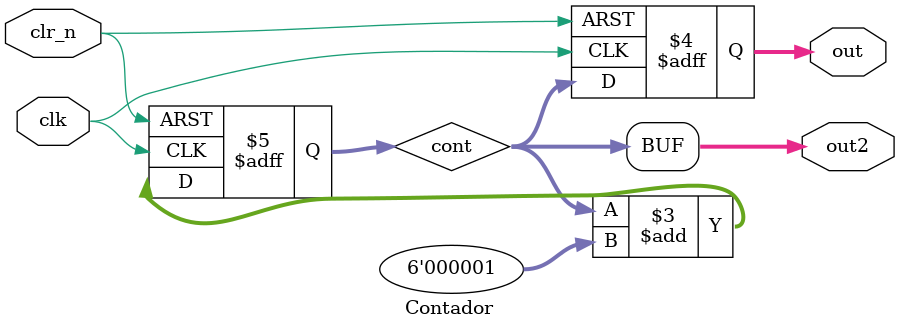
<source format=v>
module Contador(
					input clk, input clr_n, 
//					input [5:0] in,
					output reg [5:0] out,
					output [5:0] out2);
					
reg [5:0] cont; 


always @ (posedge clk or negedge clr_n)
begin
//	if (clr_n)
//	begin
//		out <= cont;
//		cont <= cont + 6'd1;
//	end
//	else
//	begin
//		cont <= 6'd0;
//		out <= 6'd0;
//	end

	if (clr_n == 1'b0)
	begin
		cont <= 6'd0;
		out <= 6'd0;
	end
	else 
	begin
		out <= cont;
		cont <= cont + 6'd1;
	end

end

assign out2 = cont;

endmodule
	
</source>
